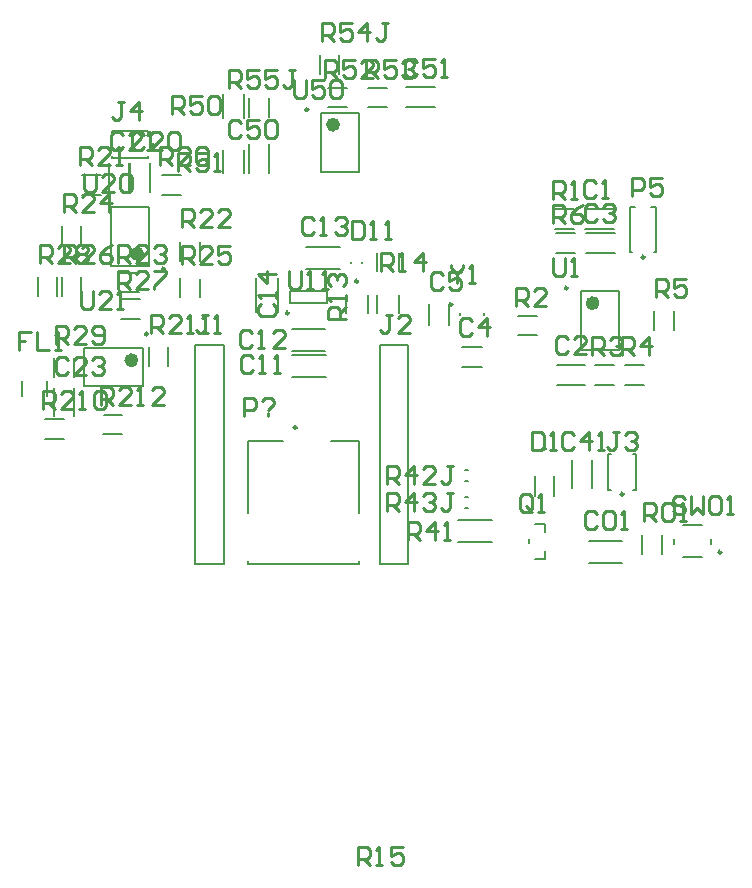
<source format=gto>
G04*
G04 #@! TF.GenerationSoftware,Altium Limited,Altium Designer,22.2.1 (43)*
G04*
G04 Layer_Color=65535*
%FSLAX43Y43*%
%MOMM*%
G71*
G04*
G04 #@! TF.SameCoordinates,2A909F52-9C27-4A3D-9E3E-93034AC3C428*
G04*
G04*
G04 #@! TF.FilePolarity,Positive*
G04*
G01*
G75*
%ADD10C,0.250*%
%ADD11C,0.600*%
%ADD12C,0.254*%
%ADD13C,0.200*%
D10*
X47338Y23735D02*
G03*
X47338Y23735I-125J0D01*
G01*
X13215Y25348D02*
G03*
X13215Y25348I-125J0D01*
G01*
X11795Y19843D02*
G03*
X11795Y19843I-125J0D01*
G01*
X45464Y10135D02*
G03*
X45464Y10135I-125J0D01*
G01*
X37553Y22351D02*
G03*
X37553Y22351I-125J0D01*
G01*
X23725Y21612D02*
G03*
X23725Y21612I-125J0D01*
G01*
X29589Y24308D02*
G03*
X29589Y24308I-125J0D01*
G01*
X52068Y6278D02*
G03*
X52068Y6278I-125J0D01*
G01*
X53846Y26357D02*
G03*
X53846Y26357I-125J0D01*
G01*
X12240Y35875D02*
G03*
X12240Y35875I-125J0D01*
G01*
X60337Y1361D02*
G03*
X60337Y1361I-125J0D01*
G01*
X25367Y38848D02*
G03*
X25367Y38848I-125J0D01*
G01*
D11*
X49738Y22455D02*
G03*
X49738Y22455I-300J0D01*
G01*
X11165Y26628D02*
G03*
X11165Y26628I-300J0D01*
G01*
X10690Y17618D02*
G03*
X10690Y17618I-300J0D01*
G01*
X27767Y37568D02*
G03*
X27767Y37568I-300J0D01*
G01*
D12*
X24383Y11921D02*
G03*
X24383Y11921I-127J0D01*
G01*
X21336Y22352D02*
X21082Y22098D01*
Y21591D01*
X21336Y21337D01*
X22352D01*
X22606Y21591D01*
Y22098D01*
X22352Y22352D01*
X22606Y22860D02*
Y23368D01*
Y23114D01*
X21082D01*
X21336Y22860D01*
X22606Y24891D02*
X21082D01*
X21844Y24130D01*
Y25145D01*
X20574Y19939D02*
X20320Y20193D01*
X19813D01*
X19559Y19939D01*
Y18923D01*
X19813Y18669D01*
X20320D01*
X20574Y18923D01*
X21082Y18669D02*
X21590D01*
X21336D01*
Y20193D01*
X21082Y19939D01*
X23367Y18669D02*
X22352D01*
X23367Y19685D01*
Y19939D01*
X23113Y20193D01*
X22606D01*
X22352Y19939D01*
X19888Y12929D02*
Y14452D01*
X20650D01*
X20904Y14198D01*
Y13690D01*
X20650Y13436D01*
X19888D01*
X21412Y14198D02*
X21666Y14452D01*
X22173D01*
X22427Y14198D01*
Y13944D01*
X21920Y13436D01*
Y13183D02*
Y12929D01*
X24155Y41376D02*
Y40107D01*
X24409Y39853D01*
X24917D01*
X25171Y40107D01*
Y41376D01*
X26695D02*
X25679D01*
Y40614D01*
X26187Y40868D01*
X26441D01*
X26695Y40614D01*
Y40107D01*
X26441Y39853D01*
X25933D01*
X25679Y40107D01*
X27202Y41122D02*
X27456Y41376D01*
X27964D01*
X28218Y41122D01*
Y40107D01*
X27964Y39853D01*
X27456D01*
X27202Y40107D01*
Y41122D01*
X18670Y40640D02*
Y42164D01*
X19432D01*
X19686Y41910D01*
Y41402D01*
X19432Y41148D01*
X18670D01*
X19178D02*
X19686Y40640D01*
X21209Y42164D02*
X20193D01*
Y41402D01*
X20701Y41656D01*
X20955D01*
X21209Y41402D01*
Y40894D01*
X20955Y40640D01*
X20447D01*
X20193Y40894D01*
X22733Y42164D02*
X21717D01*
Y41402D01*
X22225Y41656D01*
X22479D01*
X22733Y41402D01*
Y40894D01*
X22479Y40640D01*
X21971D01*
X21717Y40894D01*
X24256Y42164D02*
X23748D01*
X24002D01*
Y40894D01*
X23748Y40640D01*
X23494D01*
X23240Y40894D01*
X26518Y44679D02*
Y46202D01*
X27279D01*
X27533Y45948D01*
Y45440D01*
X27279Y45186D01*
X26518D01*
X27025D02*
X27533Y44679D01*
X29057Y46202D02*
X28041D01*
Y45440D01*
X28549Y45694D01*
X28803D01*
X29057Y45440D01*
Y44933D01*
X28803Y44679D01*
X28295D01*
X28041Y44933D01*
X30326Y44679D02*
Y46202D01*
X29565Y45440D01*
X30580D01*
X32104Y46202D02*
X31596D01*
X31850D01*
Y44933D01*
X31596Y44679D01*
X31342D01*
X31088Y44933D01*
X37440Y25679D02*
Y25425D01*
X37947Y24917D01*
X38455Y25425D01*
Y25679D01*
X37947Y24917D02*
Y24155D01*
X38963D02*
X39471D01*
X39217D01*
Y25679D01*
X38963Y25425D01*
X6121Y23469D02*
Y22200D01*
X6375Y21946D01*
X6883D01*
X7137Y22200D01*
Y23469D01*
X8661Y21946D02*
X7645D01*
X8661Y22961D01*
Y23215D01*
X8407Y23469D01*
X7899D01*
X7645Y23215D01*
X9168Y21946D02*
X9676D01*
X9422D01*
Y23469D01*
X9168Y23215D01*
X6350Y33426D02*
Y32156D01*
X6604Y31902D01*
X7112D01*
X7366Y32156D01*
Y33426D01*
X8889Y31902D02*
X7874D01*
X8889Y32918D01*
Y33172D01*
X8635Y33426D01*
X8127D01*
X7874Y33172D01*
X9397D02*
X9651Y33426D01*
X10159D01*
X10413Y33172D01*
Y32156D01*
X10159Y31902D01*
X9651D01*
X9397Y32156D01*
Y33172D01*
X23750Y25146D02*
Y23876D01*
X24003Y23622D01*
X24511D01*
X24765Y23876D01*
Y25146D01*
X25273Y23622D02*
X25781D01*
X25527D01*
Y25146D01*
X25273Y24892D01*
X26543Y23622D02*
X27050D01*
X26797D01*
Y25146D01*
X26543Y24892D01*
X46126Y26263D02*
Y24994D01*
X46380Y24740D01*
X46888D01*
X47142Y24994D01*
Y26263D01*
X47650Y24740D02*
X48158D01*
X47904D01*
Y26263D01*
X47650Y26009D01*
X57226Y5867D02*
X56972Y6121D01*
X56464D01*
X56210Y5867D01*
Y5613D01*
X56464Y5359D01*
X56972D01*
X57226Y5105D01*
Y4851D01*
X56972Y4597D01*
X56464D01*
X56210Y4851D01*
X57734Y6121D02*
Y4597D01*
X58242Y5105D01*
X58749Y4597D01*
Y6121D01*
X59257Y5867D02*
X59511Y6121D01*
X60019D01*
X60273Y5867D01*
Y4851D01*
X60019Y4597D01*
X59511D01*
X59257Y4851D01*
Y5867D01*
X60781Y4597D02*
X61289D01*
X61035D01*
Y6121D01*
X60781Y5867D01*
X7849Y13868D02*
Y15392D01*
X8610D01*
X8864Y15138D01*
Y14630D01*
X8610Y14376D01*
X7849D01*
X8356D02*
X8864Y13868D01*
X10388D02*
X9372D01*
X10388Y14884D01*
Y15138D01*
X10134Y15392D01*
X9626D01*
X9372Y15138D01*
X10896Y13868D02*
X11403D01*
X11150D01*
Y15392D01*
X10896Y15138D01*
X13181Y13868D02*
X12165D01*
X13181Y14884D01*
Y15138D01*
X12927Y15392D01*
X12419D01*
X12165Y15138D01*
X12014Y19914D02*
Y21437D01*
X12776D01*
X13030Y21183D01*
Y20675D01*
X12776Y20421D01*
X12014D01*
X12522D02*
X13030Y19914D01*
X14553D02*
X13538D01*
X14553Y20929D01*
Y21183D01*
X14299Y21437D01*
X13792D01*
X13538Y21183D01*
X15061Y19914D02*
X15569D01*
X15315D01*
Y21437D01*
X15061Y21183D01*
X16331Y19914D02*
X16839D01*
X16585D01*
Y21437D01*
X16331Y21183D01*
X2896Y13487D02*
Y15011D01*
X3657D01*
X3911Y14757D01*
Y14249D01*
X3657Y13995D01*
X2896D01*
X3403D02*
X3911Y13487D01*
X5435D02*
X4419D01*
X5435Y14503D01*
Y14757D01*
X5181Y15011D01*
X4673D01*
X4419Y14757D01*
X5943Y13487D02*
X6450D01*
X6197D01*
Y15011D01*
X5943Y14757D01*
X7212D02*
X7466Y15011D01*
X7974D01*
X8228Y14757D01*
Y13741D01*
X7974Y13487D01*
X7466D01*
X7212Y13741D01*
Y14757D01*
X30251Y41554D02*
Y43078D01*
X31013D01*
X31267Y42824D01*
Y42316D01*
X31013Y42062D01*
X30251D01*
X30759D02*
X31267Y41554D01*
X32791Y43078D02*
X31775D01*
Y42316D01*
X32283Y42570D01*
X32537D01*
X32791Y42316D01*
Y41808D01*
X32537Y41554D01*
X32029D01*
X31775Y41808D01*
X33298Y42824D02*
X33552Y43078D01*
X34060D01*
X34314Y42824D01*
Y42570D01*
X34060Y42316D01*
X33806D01*
X34060D01*
X34314Y42062D01*
Y41808D01*
X34060Y41554D01*
X33552D01*
X33298Y41808D01*
X26822Y41554D02*
Y43078D01*
X27584D01*
X27838Y42824D01*
Y42316D01*
X27584Y42062D01*
X26822D01*
X27330D02*
X27838Y41554D01*
X29362Y43078D02*
X28346D01*
Y42316D01*
X28854Y42570D01*
X29108D01*
X29362Y42316D01*
Y41808D01*
X29108Y41554D01*
X28600D01*
X28346Y41808D01*
X30885Y41554D02*
X29869D01*
X30885Y42570D01*
Y42824D01*
X30631Y43078D01*
X30123D01*
X29869Y42824D01*
X14352Y33655D02*
Y35179D01*
X15113D01*
X15367Y34925D01*
Y34417D01*
X15113Y34163D01*
X14352D01*
X14859D02*
X15367Y33655D01*
X16891Y35179D02*
X15875D01*
Y34417D01*
X16383Y34671D01*
X16637D01*
X16891Y34417D01*
Y33909D01*
X16637Y33655D01*
X16129D01*
X15875Y33909D01*
X17399Y33655D02*
X17906D01*
X17653D01*
Y35179D01*
X17399Y34925D01*
X13844Y38481D02*
Y40005D01*
X14605D01*
X14859Y39751D01*
Y39243D01*
X14605Y38989D01*
X13844D01*
X14351D02*
X14859Y38481D01*
X16383Y40005D02*
X15367D01*
Y39243D01*
X15875Y39497D01*
X16129D01*
X16383Y39243D01*
Y38735D01*
X16129Y38481D01*
X15621D01*
X15367Y38735D01*
X16891Y39751D02*
X17145Y40005D01*
X17652D01*
X17906Y39751D01*
Y38735D01*
X17652Y38481D01*
X17145D01*
X16891Y38735D01*
Y39751D01*
X32005Y4826D02*
Y6350D01*
X32767D01*
X33021Y6096D01*
Y5588D01*
X32767Y5334D01*
X32005D01*
X32513D02*
X33021Y4826D01*
X34290D02*
Y6350D01*
X33528Y5588D01*
X34544D01*
X35052Y6096D02*
X35306Y6350D01*
X35814D01*
X36068Y6096D01*
Y5842D01*
X35814Y5588D01*
X35560D01*
X35814D01*
X36068Y5334D01*
Y5080D01*
X35814Y4826D01*
X35306D01*
X35052Y5080D01*
X37591Y6350D02*
X37083D01*
X37337D01*
Y5080D01*
X37083Y4826D01*
X36829D01*
X36575Y5080D01*
X32005Y7112D02*
Y8636D01*
X32767D01*
X33021Y8382D01*
Y7874D01*
X32767Y7620D01*
X32005D01*
X32513D02*
X33021Y7112D01*
X34290D02*
Y8636D01*
X33528Y7874D01*
X34544D01*
X36068Y7112D02*
X35052D01*
X36068Y8128D01*
Y8382D01*
X35814Y8636D01*
X35306D01*
X35052Y8382D01*
X37591Y8636D02*
X37083D01*
X37337D01*
Y7366D01*
X37083Y7112D01*
X36829D01*
X36575Y7366D01*
X33783Y2413D02*
Y3937D01*
X34544D01*
X34798Y3683D01*
Y3175D01*
X34544Y2921D01*
X33783D01*
X34290D02*
X34798Y2413D01*
X36068D02*
Y3937D01*
X35306Y3175D01*
X36322D01*
X36830Y2413D02*
X37337D01*
X37084D01*
Y3937D01*
X36830Y3683D01*
X4013Y19025D02*
Y20548D01*
X4775D01*
X5029Y20294D01*
Y19786D01*
X4775Y19532D01*
X4013D01*
X4521D02*
X5029Y19025D01*
X6552D02*
X5537D01*
X6552Y20040D01*
Y20294D01*
X6298Y20548D01*
X5791D01*
X5537Y20294D01*
X7060Y19279D02*
X7314Y19025D01*
X7822D01*
X8076Y19279D01*
Y20294D01*
X7822Y20548D01*
X7314D01*
X7060Y20294D01*
Y20040D01*
X7314Y19786D01*
X8076D01*
X2616Y25883D02*
Y27406D01*
X3378D01*
X3632Y27152D01*
Y26644D01*
X3378Y26390D01*
X2616D01*
X3124D02*
X3632Y25883D01*
X5155D02*
X4140D01*
X5155Y26898D01*
Y27152D01*
X4901Y27406D01*
X4394D01*
X4140Y27152D01*
X5663D02*
X5917Y27406D01*
X6425D01*
X6679Y27152D01*
Y26898D01*
X6425Y26644D01*
X6679Y26390D01*
Y26137D01*
X6425Y25883D01*
X5917D01*
X5663Y26137D01*
Y26390D01*
X5917Y26644D01*
X5663Y26898D01*
Y27152D01*
X5917Y26644D02*
X6425D01*
X9296Y23647D02*
Y25171D01*
X10058D01*
X10312Y24917D01*
Y24409D01*
X10058Y24155D01*
X9296D01*
X9804D02*
X10312Y23647D01*
X11836D02*
X10820D01*
X11836Y24663D01*
Y24917D01*
X11582Y25171D01*
X11074D01*
X10820Y24917D01*
X12343Y25171D02*
X13359D01*
Y24917D01*
X12343Y23901D01*
Y23647D01*
X4648Y25883D02*
Y27406D01*
X5410D01*
X5664Y27152D01*
Y26644D01*
X5410Y26390D01*
X4648D01*
X5156D02*
X5664Y25883D01*
X7187D02*
X6172D01*
X7187Y26898D01*
Y27152D01*
X6933Y27406D01*
X6426D01*
X6172Y27152D01*
X8711Y27406D02*
X8203Y27152D01*
X7695Y26644D01*
Y26137D01*
X7949Y25883D01*
X8457D01*
X8711Y26137D01*
Y26390D01*
X8457Y26644D01*
X7695D01*
X14681Y25756D02*
Y27279D01*
X15443D01*
X15697Y27025D01*
Y26517D01*
X15443Y26263D01*
X14681D01*
X15189D02*
X15697Y25756D01*
X17220D02*
X16205D01*
X17220Y26771D01*
Y27025D01*
X16966Y27279D01*
X16459D01*
X16205Y27025D01*
X18744Y27279D02*
X17728D01*
Y26517D01*
X18236Y26771D01*
X18490D01*
X18744Y26517D01*
Y26010D01*
X18490Y25756D01*
X17982D01*
X17728Y26010D01*
X4648Y30201D02*
Y31724D01*
X5410D01*
X5664Y31470D01*
Y30962D01*
X5410Y30708D01*
X4648D01*
X5156D02*
X5664Y30201D01*
X7187D02*
X6172D01*
X7187Y31216D01*
Y31470D01*
X6933Y31724D01*
X6426D01*
X6172Y31470D01*
X8457Y30201D02*
Y31724D01*
X7695Y30962D01*
X8711D01*
X9220Y25883D02*
Y27406D01*
X9982D01*
X10236Y27152D01*
Y26644D01*
X9982Y26390D01*
X9220D01*
X9728D02*
X10236Y25883D01*
X11759D02*
X10744D01*
X11759Y26898D01*
Y27152D01*
X11505Y27406D01*
X10998D01*
X10744Y27152D01*
X12267D02*
X12521Y27406D01*
X13029D01*
X13283Y27152D01*
Y26898D01*
X13029Y26644D01*
X12775D01*
X13029D01*
X13283Y26390D01*
Y26137D01*
X13029Y25883D01*
X12521D01*
X12267Y26137D01*
X14681Y28880D02*
Y30403D01*
X15443D01*
X15697Y30149D01*
Y29642D01*
X15443Y29388D01*
X14681D01*
X15189D02*
X15697Y28880D01*
X17220D02*
X16205D01*
X17220Y29895D01*
Y30149D01*
X16966Y30403D01*
X16459D01*
X16205Y30149D01*
X18744Y28880D02*
X17728D01*
X18744Y29895D01*
Y30149D01*
X18490Y30403D01*
X17982D01*
X17728Y30149D01*
X6020Y34138D02*
Y35661D01*
X6782D01*
X7035Y35407D01*
Y34899D01*
X6782Y34645D01*
X6020D01*
X6528D02*
X7035Y34138D01*
X8559D02*
X7543D01*
X8559Y35153D01*
Y35407D01*
X8305Y35661D01*
X7797D01*
X7543Y35407D01*
X9067Y34138D02*
X9575D01*
X9321D01*
Y35661D01*
X9067Y35407D01*
X12776Y34138D02*
Y35661D01*
X13538D01*
X13792Y35407D01*
Y34899D01*
X13538Y34645D01*
X12776D01*
X13284D02*
X13792Y34138D01*
X15315D02*
X14300D01*
X15315Y35153D01*
Y35407D01*
X15061Y35661D01*
X14554D01*
X14300Y35407D01*
X15823D02*
X16077Y35661D01*
X16585D01*
X16839Y35407D01*
Y34392D01*
X16585Y34138D01*
X16077D01*
X15823Y34392D01*
Y35407D01*
X29592Y-25146D02*
Y-23622D01*
X30353D01*
X30607Y-23876D01*
Y-24384D01*
X30353Y-24638D01*
X29592D01*
X30099D02*
X30607Y-25146D01*
X31115D02*
X31623D01*
X31369D01*
Y-23622D01*
X31115Y-23876D01*
X33400Y-23622D02*
X32385D01*
Y-24384D01*
X32893Y-24130D01*
X33146D01*
X33400Y-24384D01*
Y-24892D01*
X33146Y-25146D01*
X32639D01*
X32385Y-24892D01*
X31497Y25146D02*
Y26670D01*
X32258D01*
X32512Y26416D01*
Y25908D01*
X32258Y25654D01*
X31497D01*
X32004D02*
X32512Y25146D01*
X33020D02*
X33528D01*
X33274D01*
Y26670D01*
X33020Y26416D01*
X35051Y25146D02*
Y26670D01*
X34290Y25908D01*
X35305D01*
X28575Y21083D02*
X27051D01*
Y21844D01*
X27305Y22098D01*
X27813D01*
X28067Y21844D01*
Y21083D01*
Y21590D02*
X28575Y22098D01*
Y22606D02*
Y23114D01*
Y22860D01*
X27051D01*
X27305Y22606D01*
Y23876D02*
X27051Y24130D01*
Y24637D01*
X27305Y24891D01*
X27559D01*
X27813Y24637D01*
Y24384D01*
Y24637D01*
X28067Y24891D01*
X28321D01*
X28575Y24637D01*
Y24130D01*
X28321Y23876D01*
X46126Y29235D02*
Y30759D01*
X46888D01*
X47142Y30505D01*
Y29997D01*
X46888Y29743D01*
X46126D01*
X46634D02*
X47142Y29235D01*
X48666Y30759D02*
X48158Y30505D01*
X47650Y29997D01*
Y29489D01*
X47904Y29235D01*
X48412D01*
X48666Y29489D01*
Y29743D01*
X48412Y29997D01*
X47650D01*
X54839Y22962D02*
Y24485D01*
X55600D01*
X55854Y24231D01*
Y23723D01*
X55600Y23469D01*
X54839D01*
X55346D02*
X55854Y22962D01*
X57378Y24485D02*
X56362D01*
Y23723D01*
X56870Y23977D01*
X57124D01*
X57378Y23723D01*
Y23216D01*
X57124Y22962D01*
X56616D01*
X56362Y23216D01*
X51968Y18059D02*
Y19583D01*
X52730D01*
X52984Y19329D01*
Y18821D01*
X52730Y18567D01*
X51968D01*
X52476D02*
X52984Y18059D01*
X54254D02*
Y19583D01*
X53492Y18821D01*
X54508D01*
X49428Y18059D02*
Y19583D01*
X50190D01*
X50444Y19329D01*
Y18821D01*
X50190Y18567D01*
X49428D01*
X49936D02*
X50444Y18059D01*
X50952Y19329D02*
X51206Y19583D01*
X51714D01*
X51968Y19329D01*
Y19075D01*
X51714Y18821D01*
X51460D01*
X51714D01*
X51968Y18567D01*
Y18313D01*
X51714Y18059D01*
X51206D01*
X50952Y18313D01*
X42951Y22250D02*
Y23774D01*
X43713D01*
X43967Y23520D01*
Y23012D01*
X43713Y22758D01*
X42951D01*
X43459D02*
X43967Y22250D01*
X45491D02*
X44475D01*
X45491Y23266D01*
Y23520D01*
X45237Y23774D01*
X44729D01*
X44475Y23520D01*
X46076Y31267D02*
Y32791D01*
X46837D01*
X47091Y32537D01*
Y32029D01*
X46837Y31775D01*
X46076D01*
X46583D02*
X47091Y31267D01*
X47599D02*
X48107D01*
X47853D01*
Y32791D01*
X47599Y32537D01*
X53797Y4039D02*
Y5562D01*
X54559D01*
X54813Y5308D01*
Y4800D01*
X54559Y4546D01*
X53797D01*
X54305D02*
X54813Y4039D01*
X55321Y5308D02*
X55575Y5562D01*
X56082D01*
X56336Y5308D01*
Y4293D01*
X56082Y4039D01*
X55575D01*
X55321Y4293D01*
Y5308D01*
X56844Y4039D02*
X57352D01*
X57098D01*
Y5562D01*
X56844Y5308D01*
X44348Y5004D02*
Y6019D01*
X44094Y6273D01*
X43586D01*
X43332Y6019D01*
Y5004D01*
X43586Y4750D01*
X44094D01*
X43840Y5258D02*
X44348Y4750D01*
X44094D02*
X44348Y5004D01*
X44856Y4750D02*
X45364D01*
X45110D01*
Y6273D01*
X44856Y6019D01*
X52781Y31496D02*
Y33020D01*
X53543D01*
X53797Y32766D01*
Y32258D01*
X53543Y32004D01*
X52781D01*
X55320Y33020D02*
X54305D01*
Y32258D01*
X54813Y32512D01*
X55066D01*
X55320Y32258D01*
Y31750D01*
X55066Y31496D01*
X54559D01*
X54305Y31750D01*
X9804Y39522D02*
X9296D01*
X9550D01*
Y38252D01*
X9296Y37998D01*
X9042D01*
X8788Y38252D01*
X11074Y37998D02*
Y39522D01*
X10312Y38760D01*
X11328D01*
X51689Y11557D02*
X51181D01*
X51435D01*
Y10287D01*
X51181Y10033D01*
X50927D01*
X50673Y10287D01*
X52197Y11303D02*
X52451Y11557D01*
X52959D01*
X53213Y11303D01*
Y11049D01*
X52959Y10795D01*
X52705D01*
X52959D01*
X53213Y10541D01*
Y10287D01*
X52959Y10033D01*
X52451D01*
X52197Y10287D01*
X32461Y21463D02*
X31953D01*
X32207D01*
Y20193D01*
X31953Y19939D01*
X31699D01*
X31445Y20193D01*
X33984Y19939D02*
X32969D01*
X33984Y20955D01*
Y21209D01*
X33730Y21463D01*
X33223D01*
X32969Y21209D01*
X16840Y21463D02*
X16332D01*
X16586D01*
Y20193D01*
X16332Y19939D01*
X16078D01*
X15824Y20193D01*
X17348Y19939D02*
X17856D01*
X17602D01*
Y21463D01*
X17348Y21209D01*
X1930Y20015D02*
X914D01*
Y19253D01*
X1422D01*
X914D01*
Y18491D01*
X2438Y20015D02*
Y18491D01*
X3454D01*
X3961D02*
X4469D01*
X4215D01*
Y20015D01*
X3961Y19761D01*
X29058Y29413D02*
Y27889D01*
X29819D01*
X30073Y28143D01*
Y29159D01*
X29819Y29413D01*
X29058D01*
X30581Y27889D02*
X31089D01*
X30835D01*
Y29413D01*
X30581Y29159D01*
X31851Y27889D02*
X32359D01*
X32105D01*
Y29413D01*
X31851Y29159D01*
X44323Y11557D02*
Y10033D01*
X45085D01*
X45339Y10287D01*
Y11303D01*
X45085Y11557D01*
X44323D01*
X45847Y10033D02*
X46355D01*
X46101D01*
Y11557D01*
X45847Y11303D01*
X34594Y42875D02*
X34341Y43129D01*
X33833D01*
X33579Y42875D01*
Y41859D01*
X33833Y41605D01*
X34341D01*
X34594Y41859D01*
X36118Y43129D02*
X35102D01*
Y42367D01*
X35610Y42621D01*
X35864D01*
X36118Y42367D01*
Y41859D01*
X35864Y41605D01*
X35356D01*
X35102Y41859D01*
X36626Y41605D02*
X37134D01*
X36880D01*
Y43129D01*
X36626Y42875D01*
X19685Y37719D02*
X19431Y37973D01*
X18924D01*
X18670Y37719D01*
Y36703D01*
X18924Y36449D01*
X19431D01*
X19685Y36703D01*
X21209Y37973D02*
X20193D01*
Y37211D01*
X20701Y37465D01*
X20955D01*
X21209Y37211D01*
Y36703D01*
X20955Y36449D01*
X20447D01*
X20193Y36703D01*
X21717Y37719D02*
X21971Y37973D01*
X22478D01*
X22732Y37719D01*
Y36703D01*
X22478Y36449D01*
X21971D01*
X21717Y36703D01*
Y37719D01*
X47879Y11303D02*
X47625Y11557D01*
X47118D01*
X46864Y11303D01*
Y10287D01*
X47118Y10033D01*
X47625D01*
X47879Y10287D01*
X49149Y10033D02*
Y11557D01*
X48387Y10795D01*
X49403D01*
X49911Y10033D02*
X50418D01*
X50165D01*
Y11557D01*
X49911Y11303D01*
X5003Y17678D02*
X4750Y17932D01*
X4242D01*
X3988Y17678D01*
Y16662D01*
X4242Y16408D01*
X4750D01*
X5003Y16662D01*
X6527Y16408D02*
X5511D01*
X6527Y17424D01*
Y17678D01*
X6273Y17932D01*
X5765D01*
X5511Y17678D01*
X7035D02*
X7289Y17932D01*
X7797D01*
X8050Y17678D01*
Y17424D01*
X7797Y17170D01*
X7543D01*
X7797D01*
X8050Y16916D01*
Y16662D01*
X7797Y16408D01*
X7289D01*
X7035Y16662D01*
X9677Y36703D02*
X9423Y36957D01*
X8915D01*
X8661Y36703D01*
Y35687D01*
X8915Y35433D01*
X9423D01*
X9677Y35687D01*
X11201Y35433D02*
X10185D01*
X11201Y36449D01*
Y36703D01*
X10947Y36957D01*
X10439D01*
X10185Y36703D01*
X11708Y35433D02*
X12216D01*
X11962D01*
Y36957D01*
X11708Y36703D01*
X11455Y36677D02*
X11201Y36931D01*
X10693D01*
X10439Y36677D01*
Y35662D01*
X10693Y35408D01*
X11201D01*
X11455Y35662D01*
X12979Y35408D02*
X11963D01*
X12979Y36423D01*
Y36677D01*
X12725Y36931D01*
X12217D01*
X11963Y36677D01*
X13486D02*
X13740Y36931D01*
X14248D01*
X14502Y36677D01*
Y35662D01*
X14248Y35408D01*
X13740D01*
X13486Y35662D01*
Y36677D01*
X25857Y29464D02*
X25603Y29718D01*
X25095D01*
X24841Y29464D01*
Y28448D01*
X25095Y28194D01*
X25603D01*
X25857Y28448D01*
X26365Y28194D02*
X26873D01*
X26619D01*
Y29718D01*
X26365Y29464D01*
X27634D02*
X27888Y29718D01*
X28396D01*
X28650Y29464D01*
Y29210D01*
X28396Y28956D01*
X28142D01*
X28396D01*
X28650Y28702D01*
Y28448D01*
X28396Y28194D01*
X27888D01*
X27634Y28448D01*
X20701Y17780D02*
X20447Y18034D01*
X19939D01*
X19686Y17780D01*
Y16764D01*
X19939Y16510D01*
X20447D01*
X20701Y16764D01*
X21209Y16510D02*
X21717D01*
X21463D01*
Y18034D01*
X21209Y17780D01*
X22479Y16510D02*
X22986D01*
X22733D01*
Y18034D01*
X22479Y17780D01*
X36753Y24841D02*
X36500Y25095D01*
X35992D01*
X35738Y24841D01*
Y23825D01*
X35992Y23571D01*
X36500D01*
X36753Y23825D01*
X38277Y25095D02*
X37261D01*
Y24333D01*
X37769Y24587D01*
X38023D01*
X38277Y24333D01*
Y23825D01*
X38023Y23571D01*
X37515D01*
X37261Y23825D01*
X39217Y20904D02*
X38963Y21158D01*
X38456D01*
X38202Y20904D01*
Y19888D01*
X38456Y19634D01*
X38963D01*
X39217Y19888D01*
X40487Y19634D02*
Y21158D01*
X39725Y20396D01*
X40741D01*
X49834Y30556D02*
X49581Y30810D01*
X49073D01*
X48819Y30556D01*
Y29540D01*
X49073Y29286D01*
X49581D01*
X49834Y29540D01*
X50342Y30556D02*
X50596Y30810D01*
X51104D01*
X51358Y30556D01*
Y30302D01*
X51104Y30048D01*
X50850D01*
X51104D01*
X51358Y29794D01*
Y29540D01*
X51104Y29286D01*
X50596D01*
X50342Y29540D01*
X47345Y19380D02*
X47091Y19634D01*
X46584D01*
X46330Y19380D01*
Y18364D01*
X46584Y18110D01*
X47091D01*
X47345Y18364D01*
X48869Y18110D02*
X47853D01*
X48869Y19126D01*
Y19380D01*
X48615Y19634D01*
X48107D01*
X47853Y19380D01*
X49758Y32588D02*
X49504Y32842D01*
X48997D01*
X48743Y32588D01*
Y31572D01*
X48997Y31318D01*
X49504D01*
X49758Y31572D01*
X50266Y31318D02*
X50774D01*
X50520D01*
Y32842D01*
X50266Y32588D01*
X49784Y4572D02*
X49530Y4826D01*
X49022D01*
X48768Y4572D01*
Y3556D01*
X49022Y3302D01*
X49530D01*
X49784Y3556D01*
X50292Y4572D02*
X50545Y4826D01*
X51053D01*
X51307Y4572D01*
Y3556D01*
X51053Y3302D01*
X50545D01*
X50292Y3556D01*
Y4572D01*
X51815Y3302D02*
X52323D01*
X52069D01*
Y4826D01*
X51815Y4572D01*
D13*
X48438Y18455D02*
Y23455D01*
X51638Y18455D02*
Y23455D01*
X48438D02*
X51638D01*
X48438Y18455D02*
X51638D01*
X8032Y11362D02*
X9632D01*
X8038Y13017D02*
X9637D01*
X3079Y10981D02*
X4679D01*
X3085Y12636D02*
X4685D01*
X3869Y16223D02*
Y17823D01*
X5524Y16218D02*
Y17818D01*
X9482Y21141D02*
X11082D01*
X9487Y22796D02*
X11087D01*
X4482Y23068D02*
Y24668D01*
X6137Y23062D02*
Y24663D01*
X14515Y22941D02*
Y24541D01*
X16170Y22935D02*
Y24535D01*
X4482Y27386D02*
Y28986D01*
X6137Y27381D02*
Y28980D01*
X14515Y26063D02*
Y27663D01*
X16170Y26058D02*
Y27658D01*
X6221Y33276D02*
X7821D01*
X6215Y31621D02*
X7815D01*
X12974Y33276D02*
X14574D01*
X12969Y31621D02*
X14568D01*
X11870Y17112D02*
Y18712D01*
X13525Y17107D02*
Y18707D01*
X2472Y23081D02*
Y24681D01*
X4127Y23076D02*
Y24676D01*
X9407Y23361D02*
X11007D01*
X9413Y25016D02*
X11012D01*
X10232Y31917D02*
Y34329D01*
X8520Y31917D02*
Y34329D01*
X5555Y12891D02*
Y15303D01*
X3843Y12891D02*
Y15303D01*
X1109Y14615D02*
Y15865D01*
X3209Y14615D02*
Y15865D01*
X8665Y30628D02*
X11865D01*
X8665Y25628D02*
X11865D01*
X8665D02*
Y30628D01*
X11865Y25628D02*
Y30628D01*
X12010Y31875D02*
Y34287D01*
X10298Y31875D02*
Y34287D01*
X6390Y15418D02*
Y18618D01*
X11390Y15418D02*
Y18618D01*
X6390Y15418D02*
X11390D01*
X6390Y18618D02*
X11390D01*
X48832Y30447D02*
X51244D01*
X48832Y28735D02*
X51244D01*
X49614Y15553D02*
X51214D01*
X49619Y17208D02*
X51219D01*
X46419Y17239D02*
X48831D01*
X46419Y15527D02*
X48831D01*
X56329Y20150D02*
Y21750D01*
X54674Y20155D02*
Y21755D01*
X52154Y15553D02*
X53754D01*
X52159Y17208D02*
X53759D01*
X49117Y463D02*
X51975D01*
X49117Y2331D02*
X51975D01*
X46259Y28761D02*
X47859D01*
X46264Y30416D02*
X47864D01*
X43137Y19744D02*
X44737D01*
X43142Y21399D02*
X44742D01*
X38671Y6038D02*
X38921D01*
X38671Y5138D02*
X38921D01*
X38671Y8324D02*
X38921D01*
X38671Y7424D02*
X38921D01*
X38069Y4081D02*
X40925D01*
X38069Y2269D02*
X40925D01*
X44020Y2111D02*
Y2461D01*
X44545Y786D02*
X45420D01*
Y3061D02*
Y3786D01*
Y786D02*
Y1511D01*
X44545Y3786D02*
X45420D01*
X44539Y6110D02*
Y7860D01*
X46139Y6110D02*
Y7860D01*
X47658Y6795D02*
Y9207D01*
X49370Y6795D02*
Y9207D01*
X48917Y28415D02*
X51329D01*
X48917Y26703D02*
X51329D01*
X46312Y26729D02*
X47912D01*
X46317Y28384D02*
X47917D01*
X38363Y18760D02*
X40113D01*
X38368Y17057D02*
X40118D01*
X38228Y21426D02*
Y21626D01*
X40278Y21426D02*
Y21626D01*
X35596Y20618D02*
Y22368D01*
X37299Y20623D02*
Y22373D01*
X22034Y38242D02*
Y39841D01*
X20379Y38247D02*
Y39847D01*
X20353Y33507D02*
Y35919D01*
X22065Y33507D02*
Y35919D01*
X19925Y38112D02*
Y40120D01*
X18175Y38112D02*
Y40120D01*
X19925Y33447D02*
Y35455D01*
X18175Y33447D02*
Y35455D01*
X23850Y22487D02*
Y23487D01*
X26950Y22487D02*
Y23487D01*
X23850Y22487D02*
X26950D01*
X23850Y23487D02*
X26950D01*
X25177Y25355D02*
X28035D01*
X25177Y27223D02*
X28035D01*
X22778Y21685D02*
Y24543D01*
X20910Y21685D02*
Y24543D01*
X30414Y21602D02*
Y23102D01*
X28564Y21602D02*
Y23102D01*
X33081Y25158D02*
Y26658D01*
X31231Y25158D02*
Y26658D01*
X33081Y21602D02*
Y23102D01*
X31231Y21602D02*
Y23102D01*
X23971Y18370D02*
X26829D01*
X23971Y20238D02*
X26829D01*
X20256Y10767D02*
X23256D01*
X20256Y4717D02*
Y10767D01*
X27256D02*
X29656D01*
Y4717D02*
Y10767D01*
Y367D02*
Y617D01*
X20256Y367D02*
Y617D01*
Y367D02*
X29656D01*
X29014Y25858D02*
Y25958D01*
X29914Y25858D02*
Y25958D01*
X24001Y18057D02*
X26859D01*
X24001Y16189D02*
X26859D01*
X50773Y6608D02*
Y9648D01*
X52878D02*
X53113D01*
X50773D02*
X51008D01*
X53113Y6608D02*
Y9648D01*
X52878Y6608D02*
X53113D01*
X50773D02*
X51008D01*
X55308Y1232D02*
Y2832D01*
X53653Y1237D02*
Y2837D01*
X52651Y26797D02*
X52811D01*
X52651D02*
Y30607D01*
X53048D01*
X54394D02*
X54791D01*
Y26797D02*
Y30607D01*
X54631Y26797D02*
X54791D01*
X8745Y34705D02*
X11785D01*
X8745Y36810D02*
Y37045D01*
Y34705D02*
Y34940D01*
Y37045D02*
X11785D01*
Y36810D02*
Y37045D01*
Y34705D02*
Y34940D01*
X31437Y382D02*
X33847D01*
Y18922D01*
X31437Y382D02*
Y18922D01*
X33847D01*
X15813Y18922D02*
X18223D01*
X15813Y382D02*
Y18922D01*
X18223Y382D02*
Y18922D01*
X15813Y382D02*
X18223D01*
X33677Y40734D02*
X36089D01*
X33677Y39022D02*
X36089D01*
X57087Y936D02*
X58737D01*
X56362Y2061D02*
Y2511D01*
X57087Y3636D02*
X58737D01*
X59462Y2061D02*
Y2511D01*
X30442Y40703D02*
X32042D01*
X30437Y39048D02*
X32037D01*
X27013Y40703D02*
X28613D01*
X27008Y39048D02*
X28608D01*
X26467Y33568D02*
X29667D01*
X26467Y38568D02*
X29667D01*
Y33568D02*
Y38568D01*
X26467Y33568D02*
Y38568D01*
X28008Y41867D02*
Y43467D01*
X26353Y41872D02*
Y43472D01*
M02*

</source>
